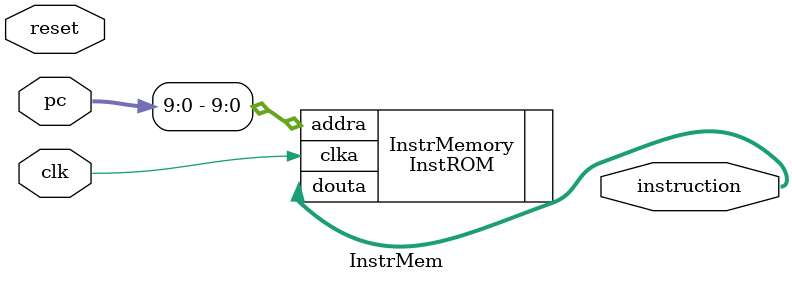
<source format=v>
`timescale 1ns / 1ps
module InstrMem(
    input [31:0] pc,
	 input clk,
	 input reset,
	 output [31:0] instruction
    );
	 
	 InstROM InstrMemory (
    .clka(clk), // input clka
    .addra(pc[9:0]), // input [9 : 0] addra
    .douta(instruction) // output [31 : 0] douta
);

endmodule

</source>
